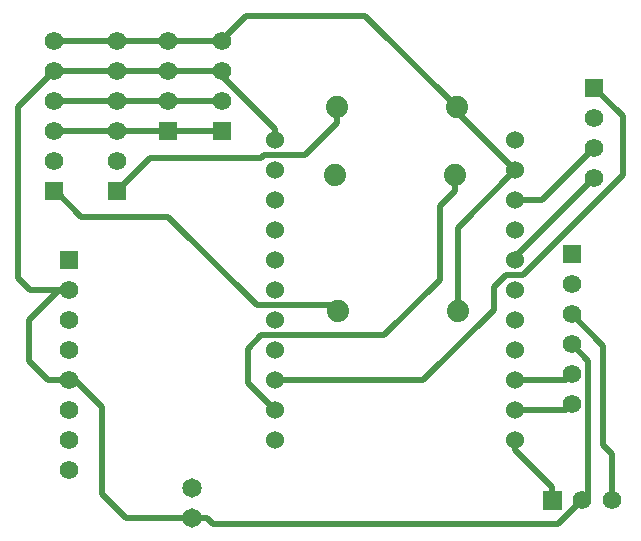
<source format=gtl>
G04 Layer: TopLayer*
G04 EasyEDA v6.4.7, 2020-11-30T09:48:28+01:00*
G04 ec7fddcfb250444d8e3ff838e6161cd1,b786752bb5b344d598dffec7f8d735c0,10*
G04 Gerber Generator version 0.2*
G04 Scale: 100 percent, Rotated: No, Reflected: No *
G04 Dimensions in millimeters *
G04 leading zeros omitted , absolute positions ,3 integer and 3 decimal *
%FSLAX33Y33*%
%MOMM*%
G90*
D02*

%ADD11C,0.508000*%
%ADD12C,1.524000*%
%ADD13C,1.574800*%
%ADD14R,1.574800X1.574800*%
%ADD15C,1.879600*%
%ADD16C,1.651000*%

%LPD*%
G54D11*
G01X16285Y1905D02*
G01X10697Y1905D01*
G01X8665Y3937D01*
G01X8665Y11303D01*
G01X6379Y13589D01*
G01X5871Y13589D01*
G01X49305Y3429D02*
G01X47273Y1397D01*
G01X18063Y1397D01*
G01X17555Y1905D01*
G01X16285Y1905D01*
G01X4982Y21209D02*
G01X2442Y18669D01*
G01X2442Y15240D01*
G01X4093Y13589D01*
G01X5871Y13589D01*
G01X49305Y3429D02*
G01X49813Y3429D01*
G01X49813Y15240D01*
G01X48416Y16637D01*
G01X9935Y34671D02*
G01X4601Y34671D01*
G01X23326Y13578D02*
G01X35833Y13578D01*
G01X41812Y19558D01*
G01X41812Y21463D01*
G01X42828Y22479D01*
G01X44319Y22479D01*
G01X46128Y24381D01*
G01X52734Y30988D01*
G01X52734Y35941D01*
G01X50321Y38354D01*
G01X51845Y3429D02*
G01X51845Y7366D01*
G01X51083Y8128D01*
G01X51083Y16509D01*
G01X48416Y19177D01*
G01X4601Y39751D02*
G01X1553Y36703D01*
G01X1553Y22225D01*
G01X2569Y21209D01*
G01X5871Y21209D01*
G01X43646Y13578D02*
G01X47898Y13578D01*
G01X48416Y14097D01*
G01X43646Y11038D02*
G01X47898Y11038D01*
G01X48416Y11557D01*
G01X43646Y8498D02*
G01X43646Y7690D01*
G01X46765Y4572D01*
G01X46765Y3429D01*
G01X43646Y31358D02*
G01X38693Y36311D01*
G01X38693Y36703D01*
G01X43646Y31358D02*
G01X38764Y26476D01*
G01X38764Y19431D01*
G01X50321Y30734D02*
G01X43646Y24059D01*
G01X43646Y23738D01*
G01X50321Y33274D02*
G01X45866Y28818D01*
G01X43646Y28818D01*
G01X18825Y42291D02*
G01X14253Y42291D01*
G01X14253Y42291D02*
G01X9935Y42291D01*
G01X9935Y42291D02*
G01X4601Y42291D01*
G01X18825Y39751D02*
G01X14253Y39751D01*
G01X14253Y39751D02*
G01X9935Y39751D01*
G01X9935Y39751D02*
G01X4601Y39751D01*
G01X18825Y37211D02*
G01X14253Y37211D01*
G01X14253Y37211D02*
G01X9935Y37211D01*
G01X9935Y37211D02*
G01X4601Y37211D01*
G01X18825Y34671D02*
G01X14253Y34671D01*
G01X14253Y34671D02*
G01X9935Y34671D01*
G01X38693Y36703D02*
G01X30946Y44450D01*
G01X20857Y44450D01*
G01X18825Y42417D01*
G01X18825Y42291D01*
G01X9935Y29591D02*
G01X12729Y32385D01*
G01X22127Y32385D01*
G01X22381Y32639D01*
G01X25810Y32639D01*
G01X28533Y35362D01*
G01X28533Y36703D01*
G01X23326Y11038D02*
G01X20984Y13380D01*
G01X20984Y16256D01*
G01X22127Y17399D01*
G01X32541Y17399D01*
G01X37240Y22098D01*
G01X37240Y28321D01*
G01X38510Y29591D01*
G01X38510Y30988D01*
G01X23326Y33898D02*
G01X23326Y34869D01*
G01X18825Y39370D01*
G01X18825Y39751D01*
G01X28604Y19431D02*
G01X28096Y19939D01*
G01X21746Y19939D01*
G01X14253Y27432D01*
G01X6887Y27432D01*
G01X4728Y29591D01*
G01X4601Y29591D01*
G54D12*
G01X23326Y31358D03*
G01X23326Y28818D03*
G01X23326Y26278D03*
G01X23326Y23738D03*
G01X23326Y21198D03*
G01X23326Y18658D03*
G01X23326Y16118D03*
G01X23326Y13578D03*
G01X23326Y11038D03*
G01X23326Y8498D03*
G01X43646Y8498D03*
G01X43646Y11038D03*
G01X43646Y13578D03*
G01X43646Y16118D03*
G01X43646Y18658D03*
G01X43646Y21198D03*
G01X43646Y23738D03*
G01X43646Y26278D03*
G01X43646Y28818D03*
G01X43646Y31358D03*
G01X23326Y33898D03*
G01X43646Y33898D03*
G54D13*
G01X51845Y3429D03*
G01X49305Y3429D03*
G36*
G01X45977Y4216D02*
G01X47552Y4216D01*
G01X47552Y2641D01*
G01X45977Y2641D01*
G01X45977Y4216D01*
G37*
G01X48416Y11557D03*
G01X48416Y14097D03*
G01X48416Y16637D03*
G01X48416Y19177D03*
G01X48416Y21717D03*
G54D14*
G01X48416Y24257D03*
G54D13*
G01X9935Y42291D03*
G01X9935Y39751D03*
G01X9935Y37211D03*
G01X9935Y34671D03*
G01X9935Y32131D03*
G54D14*
G01X9935Y29591D03*
G54D13*
G01X4601Y42291D03*
G01X4601Y39751D03*
G01X4601Y37211D03*
G01X4601Y34671D03*
G01X4601Y32131D03*
G54D14*
G01X4601Y29591D03*
G54D15*
G01X28604Y19431D03*
G01X38764Y19431D03*
G01X28533Y36703D03*
G01X38693Y36703D03*
G01X28350Y30988D03*
G01X38510Y30988D03*
G54D14*
G01X50321Y38354D03*
G54D13*
G01X50321Y35814D03*
G01X50321Y33274D03*
G01X50321Y30734D03*
G54D14*
G01X14253Y34671D03*
G54D13*
G01X14253Y37211D03*
G01X14253Y39751D03*
G01X14253Y42291D03*
G54D14*
G01X18825Y34671D03*
G54D13*
G01X18825Y37211D03*
G01X18825Y39751D03*
G01X18825Y42291D03*
G54D16*
G01X16285Y4445D03*
G01X16285Y1905D03*
G54D14*
G01X5871Y23749D03*
G54D13*
G01X5871Y21209D03*
G01X5871Y18669D03*
G01X5871Y16129D03*
G01X5871Y13589D03*
G01X5871Y11049D03*
G01X5871Y8509D03*
G01X5871Y5969D03*
M00*
M02*

</source>
